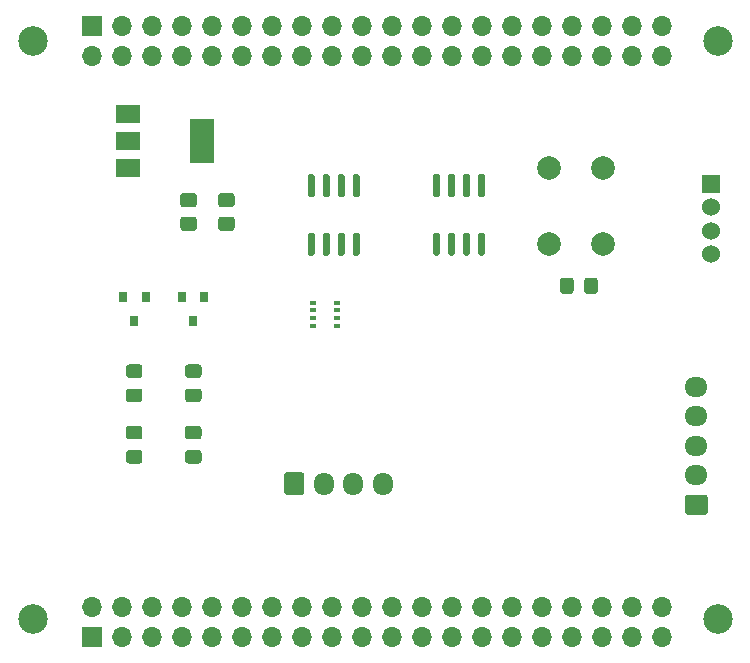
<source format=gbr>
%TF.GenerationSoftware,KiCad,Pcbnew,(5.1.7-0-10_14)*%
%TF.CreationDate,2020-11-05T09:31:43+00:00*%
%TF.ProjectId,ex2device,65783264-6576-4696-9365-2e6b69636164,1.2*%
%TF.SameCoordinates,Original*%
%TF.FileFunction,Soldermask,Top*%
%TF.FilePolarity,Negative*%
%FSLAX46Y46*%
G04 Gerber Fmt 4.6, Leading zero omitted, Abs format (unit mm)*
G04 Created by KiCad (PCBNEW (5.1.7-0-10_14)) date 2020-11-05 09:31:43*
%MOMM*%
%LPD*%
G01*
G04 APERTURE LIST*
%ADD10C,2.000000*%
%ADD11O,1.950000X1.700000*%
%ADD12R,1.700000X1.700000*%
%ADD13O,1.700000X1.700000*%
%ADD14C,2.500000*%
%ADD15O,1.700000X1.950000*%
%ADD16R,2.000000X1.500000*%
%ADD17R,2.000000X3.800000*%
%ADD18C,1.524000*%
%ADD19R,1.524000X1.524000*%
%ADD20R,0.800000X0.900000*%
%ADD21R,0.500000X0.350000*%
G04 APERTURE END LIST*
%TO.C,U2*%
G36*
G01*
X138255000Y-83750000D02*
X138555000Y-83750000D01*
G75*
G02*
X138705000Y-83900000I0J-150000D01*
G01*
X138705000Y-85550000D01*
G75*
G02*
X138555000Y-85700000I-150000J0D01*
G01*
X138255000Y-85700000D01*
G75*
G02*
X138105000Y-85550000I0J150000D01*
G01*
X138105000Y-83900000D01*
G75*
G02*
X138255000Y-83750000I150000J0D01*
G01*
G37*
G36*
G01*
X136985000Y-83750000D02*
X137285000Y-83750000D01*
G75*
G02*
X137435000Y-83900000I0J-150000D01*
G01*
X137435000Y-85550000D01*
G75*
G02*
X137285000Y-85700000I-150000J0D01*
G01*
X136985000Y-85700000D01*
G75*
G02*
X136835000Y-85550000I0J150000D01*
G01*
X136835000Y-83900000D01*
G75*
G02*
X136985000Y-83750000I150000J0D01*
G01*
G37*
G36*
G01*
X135715000Y-83750000D02*
X136015000Y-83750000D01*
G75*
G02*
X136165000Y-83900000I0J-150000D01*
G01*
X136165000Y-85550000D01*
G75*
G02*
X136015000Y-85700000I-150000J0D01*
G01*
X135715000Y-85700000D01*
G75*
G02*
X135565000Y-85550000I0J150000D01*
G01*
X135565000Y-83900000D01*
G75*
G02*
X135715000Y-83750000I150000J0D01*
G01*
G37*
G36*
G01*
X134445000Y-83750000D02*
X134745000Y-83750000D01*
G75*
G02*
X134895000Y-83900000I0J-150000D01*
G01*
X134895000Y-85550000D01*
G75*
G02*
X134745000Y-85700000I-150000J0D01*
G01*
X134445000Y-85700000D01*
G75*
G02*
X134295000Y-85550000I0J150000D01*
G01*
X134295000Y-83900000D01*
G75*
G02*
X134445000Y-83750000I150000J0D01*
G01*
G37*
G36*
G01*
X134445000Y-78800000D02*
X134745000Y-78800000D01*
G75*
G02*
X134895000Y-78950000I0J-150000D01*
G01*
X134895000Y-80600000D01*
G75*
G02*
X134745000Y-80750000I-150000J0D01*
G01*
X134445000Y-80750000D01*
G75*
G02*
X134295000Y-80600000I0J150000D01*
G01*
X134295000Y-78950000D01*
G75*
G02*
X134445000Y-78800000I150000J0D01*
G01*
G37*
G36*
G01*
X135715000Y-78800000D02*
X136015000Y-78800000D01*
G75*
G02*
X136165000Y-78950000I0J-150000D01*
G01*
X136165000Y-80600000D01*
G75*
G02*
X136015000Y-80750000I-150000J0D01*
G01*
X135715000Y-80750000D01*
G75*
G02*
X135565000Y-80600000I0J150000D01*
G01*
X135565000Y-78950000D01*
G75*
G02*
X135715000Y-78800000I150000J0D01*
G01*
G37*
G36*
G01*
X136985000Y-78800000D02*
X137285000Y-78800000D01*
G75*
G02*
X137435000Y-78950000I0J-150000D01*
G01*
X137435000Y-80600000D01*
G75*
G02*
X137285000Y-80750000I-150000J0D01*
G01*
X136985000Y-80750000D01*
G75*
G02*
X136835000Y-80600000I0J150000D01*
G01*
X136835000Y-78950000D01*
G75*
G02*
X136985000Y-78800000I150000J0D01*
G01*
G37*
G36*
G01*
X138255000Y-78800000D02*
X138555000Y-78800000D01*
G75*
G02*
X138705000Y-78950000I0J-150000D01*
G01*
X138705000Y-80600000D01*
G75*
G02*
X138555000Y-80750000I-150000J0D01*
G01*
X138255000Y-80750000D01*
G75*
G02*
X138105000Y-80600000I0J150000D01*
G01*
X138105000Y-78950000D01*
G75*
G02*
X138255000Y-78800000I150000J0D01*
G01*
G37*
%TD*%
%TO.C,U4*%
G36*
G01*
X148855000Y-83750000D02*
X149155000Y-83750000D01*
G75*
G02*
X149305000Y-83900000I0J-150000D01*
G01*
X149305000Y-85550000D01*
G75*
G02*
X149155000Y-85700000I-150000J0D01*
G01*
X148855000Y-85700000D01*
G75*
G02*
X148705000Y-85550000I0J150000D01*
G01*
X148705000Y-83900000D01*
G75*
G02*
X148855000Y-83750000I150000J0D01*
G01*
G37*
G36*
G01*
X147585000Y-83750000D02*
X147885000Y-83750000D01*
G75*
G02*
X148035000Y-83900000I0J-150000D01*
G01*
X148035000Y-85550000D01*
G75*
G02*
X147885000Y-85700000I-150000J0D01*
G01*
X147585000Y-85700000D01*
G75*
G02*
X147435000Y-85550000I0J150000D01*
G01*
X147435000Y-83900000D01*
G75*
G02*
X147585000Y-83750000I150000J0D01*
G01*
G37*
G36*
G01*
X146315000Y-83750000D02*
X146615000Y-83750000D01*
G75*
G02*
X146765000Y-83900000I0J-150000D01*
G01*
X146765000Y-85550000D01*
G75*
G02*
X146615000Y-85700000I-150000J0D01*
G01*
X146315000Y-85700000D01*
G75*
G02*
X146165000Y-85550000I0J150000D01*
G01*
X146165000Y-83900000D01*
G75*
G02*
X146315000Y-83750000I150000J0D01*
G01*
G37*
G36*
G01*
X145045000Y-83750000D02*
X145345000Y-83750000D01*
G75*
G02*
X145495000Y-83900000I0J-150000D01*
G01*
X145495000Y-85550000D01*
G75*
G02*
X145345000Y-85700000I-150000J0D01*
G01*
X145045000Y-85700000D01*
G75*
G02*
X144895000Y-85550000I0J150000D01*
G01*
X144895000Y-83900000D01*
G75*
G02*
X145045000Y-83750000I150000J0D01*
G01*
G37*
G36*
G01*
X145045000Y-78800000D02*
X145345000Y-78800000D01*
G75*
G02*
X145495000Y-78950000I0J-150000D01*
G01*
X145495000Y-80600000D01*
G75*
G02*
X145345000Y-80750000I-150000J0D01*
G01*
X145045000Y-80750000D01*
G75*
G02*
X144895000Y-80600000I0J150000D01*
G01*
X144895000Y-78950000D01*
G75*
G02*
X145045000Y-78800000I150000J0D01*
G01*
G37*
G36*
G01*
X146315000Y-78800000D02*
X146615000Y-78800000D01*
G75*
G02*
X146765000Y-78950000I0J-150000D01*
G01*
X146765000Y-80600000D01*
G75*
G02*
X146615000Y-80750000I-150000J0D01*
G01*
X146315000Y-80750000D01*
G75*
G02*
X146165000Y-80600000I0J150000D01*
G01*
X146165000Y-78950000D01*
G75*
G02*
X146315000Y-78800000I150000J0D01*
G01*
G37*
G36*
G01*
X147585000Y-78800000D02*
X147885000Y-78800000D01*
G75*
G02*
X148035000Y-78950000I0J-150000D01*
G01*
X148035000Y-80600000D01*
G75*
G02*
X147885000Y-80750000I-150000J0D01*
G01*
X147585000Y-80750000D01*
G75*
G02*
X147435000Y-80600000I0J150000D01*
G01*
X147435000Y-78950000D01*
G75*
G02*
X147585000Y-78800000I150000J0D01*
G01*
G37*
G36*
G01*
X148855000Y-78800000D02*
X149155000Y-78800000D01*
G75*
G02*
X149305000Y-78950000I0J-150000D01*
G01*
X149305000Y-80600000D01*
G75*
G02*
X149155000Y-80750000I-150000J0D01*
G01*
X148855000Y-80750000D01*
G75*
G02*
X148705000Y-80600000I0J150000D01*
G01*
X148705000Y-78950000D01*
G75*
G02*
X148855000Y-78800000I150000J0D01*
G01*
G37*
%TD*%
D10*
%TO.C,SW1*%
X159250000Y-84750000D03*
X154750000Y-84750000D03*
X159250000Y-78250000D03*
X154750000Y-78250000D03*
%TD*%
D11*
%TO.C,J4*%
X167200000Y-96800000D03*
X167200000Y-99300000D03*
X167200000Y-101800000D03*
X167200000Y-104300000D03*
G36*
G01*
X167925000Y-107650000D02*
X166475000Y-107650000D01*
G75*
G02*
X166225000Y-107400000I0J250000D01*
G01*
X166225000Y-106200000D01*
G75*
G02*
X166475000Y-105950000I250000J0D01*
G01*
X167925000Y-105950000D01*
G75*
G02*
X168175000Y-106200000I0J-250000D01*
G01*
X168175000Y-107400000D01*
G75*
G02*
X167925000Y-107650000I-250000J0D01*
G01*
G37*
%TD*%
D12*
%TO.C,J1*%
X116000000Y-66250000D03*
D13*
X116000000Y-68790000D03*
X118540000Y-66250000D03*
X118540000Y-68790000D03*
X121080000Y-66250000D03*
X121080000Y-68790000D03*
X123620000Y-66250000D03*
X123620000Y-68790000D03*
X126160000Y-66250000D03*
X126160000Y-68790000D03*
X128700000Y-66250000D03*
X128700000Y-68790000D03*
X131240000Y-66250000D03*
X131240000Y-68790000D03*
X133780000Y-66250000D03*
X133780000Y-68790000D03*
X136320000Y-66250000D03*
X136320000Y-68790000D03*
X138860000Y-66250000D03*
X138860000Y-68790000D03*
X141400000Y-66250000D03*
X141400000Y-68790000D03*
X143940000Y-66250000D03*
X143940000Y-68790000D03*
X146480000Y-66250000D03*
X146480000Y-68790000D03*
X149020000Y-66250000D03*
X149020000Y-68790000D03*
X151560000Y-66250000D03*
X151560000Y-68790000D03*
X154100000Y-66250000D03*
X154100000Y-68790000D03*
X156640000Y-66250000D03*
X156640000Y-68790000D03*
X159180000Y-66250000D03*
X159180000Y-68790000D03*
X161720000Y-66250000D03*
X161720000Y-68790000D03*
X164260000Y-66250000D03*
X164260000Y-68790000D03*
%TD*%
D14*
%TO.C,H4*%
X169000000Y-116500000D03*
%TD*%
%TO.C,H3*%
X111000000Y-116500000D03*
%TD*%
%TO.C,H2*%
X111000000Y-67500000D03*
%TD*%
%TO.C,H1*%
X169000000Y-67500000D03*
%TD*%
D15*
%TO.C,J5*%
X140650000Y-105000000D03*
X138150000Y-105000000D03*
X135650000Y-105000000D03*
G36*
G01*
X132300000Y-105725000D02*
X132300000Y-104275000D01*
G75*
G02*
X132550000Y-104025000I250000J0D01*
G01*
X133750000Y-104025000D01*
G75*
G02*
X134000000Y-104275000I0J-250000D01*
G01*
X134000000Y-105725000D01*
G75*
G02*
X133750000Y-105975000I-250000J0D01*
G01*
X132550000Y-105975000D01*
G75*
G02*
X132300000Y-105725000I0J250000D01*
G01*
G37*
%TD*%
%TO.C,R5*%
G36*
G01*
X124650001Y-81600000D02*
X123749999Y-81600000D01*
G75*
G02*
X123500000Y-81350001I0J249999D01*
G01*
X123500000Y-80649999D01*
G75*
G02*
X123749999Y-80400000I249999J0D01*
G01*
X124650001Y-80400000D01*
G75*
G02*
X124900000Y-80649999I0J-249999D01*
G01*
X124900000Y-81350001D01*
G75*
G02*
X124650001Y-81600000I-249999J0D01*
G01*
G37*
G36*
G01*
X124650001Y-83600000D02*
X123749999Y-83600000D01*
G75*
G02*
X123500000Y-83350001I0J249999D01*
G01*
X123500000Y-82649999D01*
G75*
G02*
X123749999Y-82400000I249999J0D01*
G01*
X124650001Y-82400000D01*
G75*
G02*
X124900000Y-82649999I0J-249999D01*
G01*
X124900000Y-83350001D01*
G75*
G02*
X124650001Y-83600000I-249999J0D01*
G01*
G37*
%TD*%
%TO.C,R4*%
G36*
G01*
X127850001Y-81600000D02*
X126949999Y-81600000D01*
G75*
G02*
X126700000Y-81350001I0J249999D01*
G01*
X126700000Y-80649999D01*
G75*
G02*
X126949999Y-80400000I249999J0D01*
G01*
X127850001Y-80400000D01*
G75*
G02*
X128100000Y-80649999I0J-249999D01*
G01*
X128100000Y-81350001D01*
G75*
G02*
X127850001Y-81600000I-249999J0D01*
G01*
G37*
G36*
G01*
X127850001Y-83600000D02*
X126949999Y-83600000D01*
G75*
G02*
X126700000Y-83350001I0J249999D01*
G01*
X126700000Y-82649999D01*
G75*
G02*
X126949999Y-82400000I249999J0D01*
G01*
X127850001Y-82400000D01*
G75*
G02*
X128100000Y-82649999I0J-249999D01*
G01*
X128100000Y-83350001D01*
G75*
G02*
X127850001Y-83600000I-249999J0D01*
G01*
G37*
%TD*%
D16*
%TO.C,U3*%
X119050000Y-73700000D03*
X119050000Y-78300000D03*
X119050000Y-76000000D03*
D17*
X125350000Y-76000000D03*
%TD*%
D18*
%TO.C,J3*%
X168400000Y-85600000D03*
X168400000Y-83600000D03*
X168400000Y-81600000D03*
D19*
X168400000Y-79600000D03*
%TD*%
%TO.C,D1*%
G36*
G01*
X124149999Y-102150000D02*
X125050001Y-102150000D01*
G75*
G02*
X125300000Y-102399999I0J-249999D01*
G01*
X125300000Y-103050001D01*
G75*
G02*
X125050001Y-103300000I-249999J0D01*
G01*
X124149999Y-103300000D01*
G75*
G02*
X123900000Y-103050001I0J249999D01*
G01*
X123900000Y-102399999D01*
G75*
G02*
X124149999Y-102150000I249999J0D01*
G01*
G37*
G36*
G01*
X124149999Y-100100000D02*
X125050001Y-100100000D01*
G75*
G02*
X125300000Y-100349999I0J-249999D01*
G01*
X125300000Y-101000001D01*
G75*
G02*
X125050001Y-101250000I-249999J0D01*
G01*
X124149999Y-101250000D01*
G75*
G02*
X123900000Y-101000001I0J249999D01*
G01*
X123900000Y-100349999D01*
G75*
G02*
X124149999Y-100100000I249999J0D01*
G01*
G37*
%TD*%
%TO.C,D2*%
G36*
G01*
X119149999Y-100100000D02*
X120050001Y-100100000D01*
G75*
G02*
X120300000Y-100349999I0J-249999D01*
G01*
X120300000Y-101000001D01*
G75*
G02*
X120050001Y-101250000I-249999J0D01*
G01*
X119149999Y-101250000D01*
G75*
G02*
X118900000Y-101000001I0J249999D01*
G01*
X118900000Y-100349999D01*
G75*
G02*
X119149999Y-100100000I249999J0D01*
G01*
G37*
G36*
G01*
X119149999Y-102150000D02*
X120050001Y-102150000D01*
G75*
G02*
X120300000Y-102399999I0J-249999D01*
G01*
X120300000Y-103050001D01*
G75*
G02*
X120050001Y-103300000I-249999J0D01*
G01*
X119149999Y-103300000D01*
G75*
G02*
X118900000Y-103050001I0J249999D01*
G01*
X118900000Y-102399999D01*
G75*
G02*
X119149999Y-102150000I249999J0D01*
G01*
G37*
%TD*%
D20*
%TO.C,Q2*%
X120568068Y-89202257D03*
X118668068Y-89202257D03*
X119618068Y-91202257D03*
%TD*%
%TO.C,R1*%
G36*
G01*
X124149999Y-94900000D02*
X125050001Y-94900000D01*
G75*
G02*
X125300000Y-95149999I0J-249999D01*
G01*
X125300000Y-95800001D01*
G75*
G02*
X125050001Y-96050000I-249999J0D01*
G01*
X124149999Y-96050000D01*
G75*
G02*
X123900000Y-95800001I0J249999D01*
G01*
X123900000Y-95149999D01*
G75*
G02*
X124149999Y-94900000I249999J0D01*
G01*
G37*
G36*
G01*
X124149999Y-96950000D02*
X125050001Y-96950000D01*
G75*
G02*
X125300000Y-97199999I0J-249999D01*
G01*
X125300000Y-97850001D01*
G75*
G02*
X125050001Y-98100000I-249999J0D01*
G01*
X124149999Y-98100000D01*
G75*
G02*
X123900000Y-97850001I0J249999D01*
G01*
X123900000Y-97199999D01*
G75*
G02*
X124149999Y-96950000I249999J0D01*
G01*
G37*
%TD*%
%TO.C,R2*%
G36*
G01*
X155650000Y-88700001D02*
X155650000Y-87799999D01*
G75*
G02*
X155899999Y-87550000I249999J0D01*
G01*
X156550001Y-87550000D01*
G75*
G02*
X156800000Y-87799999I0J-249999D01*
G01*
X156800000Y-88700001D01*
G75*
G02*
X156550001Y-88950000I-249999J0D01*
G01*
X155899999Y-88950000D01*
G75*
G02*
X155650000Y-88700001I0J249999D01*
G01*
G37*
G36*
G01*
X157700000Y-88700001D02*
X157700000Y-87799999D01*
G75*
G02*
X157949999Y-87550000I249999J0D01*
G01*
X158600001Y-87550000D01*
G75*
G02*
X158850000Y-87799999I0J-249999D01*
G01*
X158850000Y-88700001D01*
G75*
G02*
X158600001Y-88950000I-249999J0D01*
G01*
X157949999Y-88950000D01*
G75*
G02*
X157700000Y-88700001I0J249999D01*
G01*
G37*
%TD*%
%TO.C,R3*%
G36*
G01*
X119149999Y-96950000D02*
X120050001Y-96950000D01*
G75*
G02*
X120300000Y-97199999I0J-249999D01*
G01*
X120300000Y-97850001D01*
G75*
G02*
X120050001Y-98100000I-249999J0D01*
G01*
X119149999Y-98100000D01*
G75*
G02*
X118900000Y-97850001I0J249999D01*
G01*
X118900000Y-97199999D01*
G75*
G02*
X119149999Y-96950000I249999J0D01*
G01*
G37*
G36*
G01*
X119149999Y-94900000D02*
X120050001Y-94900000D01*
G75*
G02*
X120300000Y-95149999I0J-249999D01*
G01*
X120300000Y-95800001D01*
G75*
G02*
X120050001Y-96050000I-249999J0D01*
G01*
X119149999Y-96050000D01*
G75*
G02*
X118900000Y-95800001I0J249999D01*
G01*
X118900000Y-95149999D01*
G75*
G02*
X119149999Y-94900000I249999J0D01*
G01*
G37*
%TD*%
D12*
%TO.C,J2*%
X116000000Y-118000000D03*
D13*
X116000000Y-115460000D03*
X118540000Y-118000000D03*
X118540000Y-115460000D03*
X121080000Y-118000000D03*
X121080000Y-115460000D03*
X123620000Y-118000000D03*
X123620000Y-115460000D03*
X126160000Y-118000000D03*
X126160000Y-115460000D03*
X128700000Y-118000000D03*
X128700000Y-115460000D03*
X131240000Y-118000000D03*
X131240000Y-115460000D03*
X133780000Y-118000000D03*
X133780000Y-115460000D03*
X136320000Y-118000000D03*
X136320000Y-115460000D03*
X138860000Y-118000000D03*
X138860000Y-115460000D03*
X141400000Y-118000000D03*
X141400000Y-115460000D03*
X143940000Y-118000000D03*
X143940000Y-115460000D03*
X146480000Y-118000000D03*
X146480000Y-115460000D03*
X149020000Y-118000000D03*
X149020000Y-115460000D03*
X151560000Y-118000000D03*
X151560000Y-115460000D03*
X154100000Y-118000000D03*
X154100000Y-115460000D03*
X156640000Y-118000000D03*
X156640000Y-115460000D03*
X159180000Y-118000000D03*
X159180000Y-115460000D03*
X161720000Y-118000000D03*
X161720000Y-115460000D03*
X164260000Y-118000000D03*
X164260000Y-115460000D03*
%TD*%
D20*
%TO.C,Q1*%
X125548768Y-89202257D03*
X123648768Y-89202257D03*
X124598768Y-91202257D03*
%TD*%
D21*
%TO.C,U1*%
X134725000Y-89675000D03*
X134725000Y-90325000D03*
X134725000Y-90975000D03*
X134725000Y-91625000D03*
X136775000Y-91625000D03*
X136775000Y-90975000D03*
X136775000Y-90325000D03*
X136775000Y-89675000D03*
%TD*%
M02*

</source>
